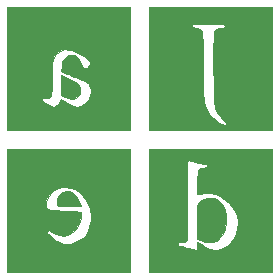
<source format=gbr>
%TF.GenerationSoftware,KiCad,Pcbnew,(5.1.6-0-10_14)*%
%TF.CreationDate,2020-10-01T11:44:37+02:00*%
%TF.ProjectId,bottom-plate,626f7474-6f6d-42d7-906c-6174652e6b69,rev?*%
%TF.SameCoordinates,Original*%
%TF.FileFunction,Legend,Bot*%
%TF.FilePolarity,Positive*%
%FSLAX46Y46*%
G04 Gerber Fmt 4.6, Leading zero omitted, Abs format (unit mm)*
G04 Created by KiCad (PCBNEW (5.1.6-0-10_14)) date 2020-10-01 11:44:37*
%MOMM*%
%LPD*%
G01*
G04 APERTURE LIST*
%ADD10C,0.010000*%
G04 APERTURE END LIST*
D10*
%TO.C,G\u002A\u002A\u002A*%
G36*
X47752000Y-57107666D02*
G01*
X58208334Y-57107666D01*
X58208334Y-53017811D01*
X55287334Y-53017811D01*
X55249299Y-53458689D01*
X55138661Y-53869977D01*
X54960616Y-54244018D01*
X54720363Y-54573152D01*
X54423098Y-54849722D01*
X54074020Y-55066071D01*
X53827387Y-55168852D01*
X53507533Y-55236443D01*
X53183381Y-55219482D01*
X53001542Y-55173566D01*
X52875609Y-55122857D01*
X52701894Y-55039516D01*
X52504500Y-54935636D01*
X52329931Y-54836590D01*
X51879500Y-54571047D01*
X51867143Y-54911872D01*
X51859116Y-55080499D01*
X51847437Y-55179449D01*
X51828030Y-55223707D01*
X51796822Y-55228263D01*
X51782476Y-55223300D01*
X51711837Y-55201112D01*
X51577012Y-55164007D01*
X51396210Y-55116566D01*
X51187637Y-55063367D01*
X50969499Y-55008990D01*
X50760004Y-54958015D01*
X50577358Y-54915020D01*
X50439768Y-54884585D01*
X50419000Y-54880357D01*
X50301752Y-54851814D01*
X50245989Y-54815121D01*
X50229277Y-54750882D01*
X50228500Y-54715643D01*
X50231908Y-54649192D01*
X50254348Y-54608904D01*
X50314149Y-54584978D01*
X50429638Y-54567613D01*
X50524834Y-54557169D01*
X50695638Y-54533419D01*
X50807023Y-54500802D01*
X50884234Y-54450297D01*
X50916417Y-54417225D01*
X51011667Y-54308945D01*
X51011667Y-50966972D01*
X51011711Y-50356775D01*
X51011932Y-49825746D01*
X51012465Y-49368387D01*
X51013444Y-48979200D01*
X51015005Y-48652687D01*
X51017283Y-48383350D01*
X51020411Y-48165690D01*
X51024526Y-47994209D01*
X51029760Y-47863409D01*
X51036250Y-47767791D01*
X51044131Y-47701858D01*
X51053536Y-47660111D01*
X51064600Y-47637053D01*
X51077459Y-47627184D01*
X51092247Y-47625006D01*
X51093578Y-47625000D01*
X51198110Y-47640096D01*
X51277175Y-47663661D01*
X51358034Y-47687598D01*
X51501926Y-47723944D01*
X51688922Y-47768202D01*
X51899093Y-47815874D01*
X52112509Y-47862463D01*
X52309242Y-47903473D01*
X52469363Y-47934405D01*
X52503917Y-47940478D01*
X52608912Y-47966435D01*
X52653701Y-48010600D01*
X52662667Y-48087707D01*
X52657135Y-48155975D01*
X52627098Y-48195650D01*
X52552399Y-48219206D01*
X52419295Y-48238318D01*
X52177641Y-48286570D01*
X52009301Y-48360903D01*
X51918442Y-48459475D01*
X51918423Y-48459517D01*
X51907721Y-48522321D01*
X51896911Y-48656674D01*
X51886634Y-48849460D01*
X51877531Y-49087566D01*
X51870241Y-49357875D01*
X51867433Y-49503572D01*
X51851282Y-50471977D01*
X51992391Y-50445970D01*
X52497924Y-50390554D01*
X52976861Y-50415469D01*
X53428936Y-50520636D01*
X53853881Y-50705975D01*
X54251430Y-50971404D01*
X54509293Y-51200878D01*
X54820934Y-51559583D01*
X55051785Y-51941114D01*
X55203655Y-52349695D01*
X55278355Y-52789549D01*
X55287334Y-53017811D01*
X58208334Y-53017811D01*
X58208334Y-46651333D01*
X47752000Y-46651333D01*
X47752000Y-57107666D01*
G37*
X47752000Y-57107666D02*
X58208334Y-57107666D01*
X58208334Y-53017811D01*
X55287334Y-53017811D01*
X55249299Y-53458689D01*
X55138661Y-53869977D01*
X54960616Y-54244018D01*
X54720363Y-54573152D01*
X54423098Y-54849722D01*
X54074020Y-55066071D01*
X53827387Y-55168852D01*
X53507533Y-55236443D01*
X53183381Y-55219482D01*
X53001542Y-55173566D01*
X52875609Y-55122857D01*
X52701894Y-55039516D01*
X52504500Y-54935636D01*
X52329931Y-54836590D01*
X51879500Y-54571047D01*
X51867143Y-54911872D01*
X51859116Y-55080499D01*
X51847437Y-55179449D01*
X51828030Y-55223707D01*
X51796822Y-55228263D01*
X51782476Y-55223300D01*
X51711837Y-55201112D01*
X51577012Y-55164007D01*
X51396210Y-55116566D01*
X51187637Y-55063367D01*
X50969499Y-55008990D01*
X50760004Y-54958015D01*
X50577358Y-54915020D01*
X50439768Y-54884585D01*
X50419000Y-54880357D01*
X50301752Y-54851814D01*
X50245989Y-54815121D01*
X50229277Y-54750882D01*
X50228500Y-54715643D01*
X50231908Y-54649192D01*
X50254348Y-54608904D01*
X50314149Y-54584978D01*
X50429638Y-54567613D01*
X50524834Y-54557169D01*
X50695638Y-54533419D01*
X50807023Y-54500802D01*
X50884234Y-54450297D01*
X50916417Y-54417225D01*
X51011667Y-54308945D01*
X51011667Y-50966972D01*
X51011711Y-50356775D01*
X51011932Y-49825746D01*
X51012465Y-49368387D01*
X51013444Y-48979200D01*
X51015005Y-48652687D01*
X51017283Y-48383350D01*
X51020411Y-48165690D01*
X51024526Y-47994209D01*
X51029760Y-47863409D01*
X51036250Y-47767791D01*
X51044131Y-47701858D01*
X51053536Y-47660111D01*
X51064600Y-47637053D01*
X51077459Y-47627184D01*
X51092247Y-47625006D01*
X51093578Y-47625000D01*
X51198110Y-47640096D01*
X51277175Y-47663661D01*
X51358034Y-47687598D01*
X51501926Y-47723944D01*
X51688922Y-47768202D01*
X51899093Y-47815874D01*
X52112509Y-47862463D01*
X52309242Y-47903473D01*
X52469363Y-47934405D01*
X52503917Y-47940478D01*
X52608912Y-47966435D01*
X52653701Y-48010600D01*
X52662667Y-48087707D01*
X52657135Y-48155975D01*
X52627098Y-48195650D01*
X52552399Y-48219206D01*
X52419295Y-48238318D01*
X52177641Y-48286570D01*
X52009301Y-48360903D01*
X51918442Y-48459475D01*
X51918423Y-48459517D01*
X51907721Y-48522321D01*
X51896911Y-48656674D01*
X51886634Y-48849460D01*
X51877531Y-49087566D01*
X51870241Y-49357875D01*
X51867433Y-49503572D01*
X51851282Y-50471977D01*
X51992391Y-50445970D01*
X52497924Y-50390554D01*
X52976861Y-50415469D01*
X53428936Y-50520636D01*
X53853881Y-50705975D01*
X54251430Y-50971404D01*
X54509293Y-51200878D01*
X54820934Y-51559583D01*
X55051785Y-51941114D01*
X55203655Y-52349695D01*
X55278355Y-52789549D01*
X55287334Y-53017811D01*
X58208334Y-53017811D01*
X58208334Y-46651333D01*
X47752000Y-46651333D01*
X47752000Y-57107666D01*
G36*
X35729334Y-57107666D02*
G01*
X46185667Y-57107666D01*
X46185667Y-52408666D01*
X42857262Y-52408666D01*
X42848163Y-52751032D01*
X42809226Y-53042470D01*
X42734392Y-53313313D01*
X42622612Y-53583257D01*
X42426522Y-53911295D01*
X42175343Y-54190121D01*
X41880487Y-54414713D01*
X41553363Y-54580049D01*
X41205384Y-54681107D01*
X40847960Y-54712868D01*
X40492502Y-54670308D01*
X40290967Y-54609302D01*
X40129014Y-54539871D01*
X39954204Y-54452769D01*
X39888800Y-54416377D01*
X39784397Y-54345503D01*
X39652737Y-54241954D01*
X39509000Y-54119554D01*
X39368368Y-53992131D01*
X39246022Y-53873509D01*
X39157142Y-53777514D01*
X39116910Y-53717973D01*
X39116000Y-53712565D01*
X39137254Y-53653474D01*
X39184415Y-53571273D01*
X39252830Y-53466859D01*
X39404734Y-53600232D01*
X39626205Y-53754668D01*
X39898594Y-53882955D01*
X40188856Y-53969854D01*
X40219764Y-53976100D01*
X40537975Y-53995757D01*
X40852117Y-53937974D01*
X41149623Y-53809550D01*
X41417926Y-53617282D01*
X41644457Y-53367970D01*
X41789695Y-53126833D01*
X41860387Y-52950503D01*
X41928176Y-52728584D01*
X41985338Y-52492630D01*
X42024147Y-52274197D01*
X42037000Y-52116711D01*
X42036588Y-52074594D01*
X42029470Y-52040887D01*
X42006822Y-52014115D01*
X41959821Y-51992802D01*
X41879645Y-51975473D01*
X41757471Y-51960650D01*
X41584475Y-51946858D01*
X41351834Y-51932621D01*
X41050725Y-51916463D01*
X40745834Y-51900709D01*
X40338123Y-51878891D01*
X40006497Y-51859010D01*
X39742429Y-51839931D01*
X39537392Y-51820523D01*
X39382861Y-51799653D01*
X39270308Y-51776188D01*
X39191207Y-51748994D01*
X39137032Y-51716940D01*
X39101982Y-51682313D01*
X39049232Y-51556119D01*
X39040638Y-51372285D01*
X39075193Y-51144790D01*
X39151895Y-50887612D01*
X39160827Y-50863500D01*
X39285882Y-50624881D01*
X39470867Y-50389940D01*
X39693704Y-50180751D01*
X39932315Y-50019387D01*
X40067356Y-49957107D01*
X40413312Y-49871931D01*
X40770385Y-49866350D01*
X41129711Y-49937685D01*
X41482425Y-50083256D01*
X41819662Y-50300383D01*
X42126001Y-50579376D01*
X42424051Y-50949613D01*
X42642212Y-51342765D01*
X42783415Y-51766156D01*
X42850585Y-52227111D01*
X42857262Y-52408666D01*
X46185667Y-52408666D01*
X46185667Y-46651333D01*
X35729334Y-46651333D01*
X35729334Y-57107666D01*
G37*
X35729334Y-57107666D02*
X46185667Y-57107666D01*
X46185667Y-52408666D01*
X42857262Y-52408666D01*
X42848163Y-52751032D01*
X42809226Y-53042470D01*
X42734392Y-53313313D01*
X42622612Y-53583257D01*
X42426522Y-53911295D01*
X42175343Y-54190121D01*
X41880487Y-54414713D01*
X41553363Y-54580049D01*
X41205384Y-54681107D01*
X40847960Y-54712868D01*
X40492502Y-54670308D01*
X40290967Y-54609302D01*
X40129014Y-54539871D01*
X39954204Y-54452769D01*
X39888800Y-54416377D01*
X39784397Y-54345503D01*
X39652737Y-54241954D01*
X39509000Y-54119554D01*
X39368368Y-53992131D01*
X39246022Y-53873509D01*
X39157142Y-53777514D01*
X39116910Y-53717973D01*
X39116000Y-53712565D01*
X39137254Y-53653474D01*
X39184415Y-53571273D01*
X39252830Y-53466859D01*
X39404734Y-53600232D01*
X39626205Y-53754668D01*
X39898594Y-53882955D01*
X40188856Y-53969854D01*
X40219764Y-53976100D01*
X40537975Y-53995757D01*
X40852117Y-53937974D01*
X41149623Y-53809550D01*
X41417926Y-53617282D01*
X41644457Y-53367970D01*
X41789695Y-53126833D01*
X41860387Y-52950503D01*
X41928176Y-52728584D01*
X41985338Y-52492630D01*
X42024147Y-52274197D01*
X42037000Y-52116711D01*
X42036588Y-52074594D01*
X42029470Y-52040887D01*
X42006822Y-52014115D01*
X41959821Y-51992802D01*
X41879645Y-51975473D01*
X41757471Y-51960650D01*
X41584475Y-51946858D01*
X41351834Y-51932621D01*
X41050725Y-51916463D01*
X40745834Y-51900709D01*
X40338123Y-51878891D01*
X40006497Y-51859010D01*
X39742429Y-51839931D01*
X39537392Y-51820523D01*
X39382861Y-51799653D01*
X39270308Y-51776188D01*
X39191207Y-51748994D01*
X39137032Y-51716940D01*
X39101982Y-51682313D01*
X39049232Y-51556119D01*
X39040638Y-51372285D01*
X39075193Y-51144790D01*
X39151895Y-50887612D01*
X39160827Y-50863500D01*
X39285882Y-50624881D01*
X39470867Y-50389940D01*
X39693704Y-50180751D01*
X39932315Y-50019387D01*
X40067356Y-49957107D01*
X40413312Y-49871931D01*
X40770385Y-49866350D01*
X41129711Y-49937685D01*
X41482425Y-50083256D01*
X41819662Y-50300383D01*
X42126001Y-50579376D01*
X42424051Y-50949613D01*
X42642212Y-51342765D01*
X42783415Y-51766156D01*
X42850585Y-52227111D01*
X42857262Y-52408666D01*
X46185667Y-52408666D01*
X46185667Y-46651333D01*
X35729334Y-46651333D01*
X35729334Y-57107666D01*
G36*
X47752000Y-45085000D02*
G01*
X58208334Y-45085000D01*
X58208334Y-44456550D01*
X54325227Y-44456550D01*
X54313003Y-44515020D01*
X54309446Y-44524603D01*
X54271121Y-44617658D01*
X54246631Y-44667387D01*
X54194597Y-44675521D01*
X54084753Y-44642857D01*
X53930382Y-44574577D01*
X53744766Y-44475868D01*
X53721000Y-44462211D01*
X53547626Y-44340423D01*
X53349716Y-44167677D01*
X53145741Y-43963654D01*
X52954171Y-43748031D01*
X52793476Y-43540488D01*
X52682125Y-43360704D01*
X52676493Y-43349333D01*
X52610507Y-43206562D01*
X52553201Y-43064561D01*
X52503975Y-42916454D01*
X52462227Y-42755368D01*
X52427356Y-42574425D01*
X52398763Y-42366753D01*
X52375847Y-42125475D01*
X52358006Y-41843717D01*
X52344640Y-41514604D01*
X52335148Y-41131260D01*
X52328930Y-40686811D01*
X52325384Y-40174382D01*
X52323910Y-39587097D01*
X52323764Y-39312597D01*
X52322906Y-38758139D01*
X52320490Y-38264110D01*
X52316577Y-37834124D01*
X52311231Y-37471796D01*
X52304514Y-37180739D01*
X52296488Y-36964568D01*
X52287216Y-36826897D01*
X52279973Y-36779008D01*
X52192439Y-36605921D01*
X52041555Y-36488978D01*
X51827285Y-36428152D01*
X51823604Y-36427669D01*
X51641659Y-36402880D01*
X51527774Y-36379938D01*
X51466006Y-36350108D01*
X51440412Y-36304658D01*
X51435049Y-36234851D01*
X51435000Y-36214773D01*
X51435000Y-36066827D01*
X52800250Y-36077996D01*
X54165500Y-36089166D01*
X54178658Y-36225297D01*
X54182040Y-36296108D01*
X54165709Y-36343169D01*
X54114662Y-36374095D01*
X54013895Y-36396501D01*
X53848402Y-36418001D01*
X53784500Y-36425343D01*
X53636301Y-36455432D01*
X53506981Y-36503495D01*
X53467000Y-36527133D01*
X53420998Y-36560805D01*
X53381488Y-36593538D01*
X53347981Y-36631661D01*
X53319989Y-36681508D01*
X53297023Y-36749408D01*
X53278594Y-36841693D01*
X53264214Y-36964694D01*
X53253392Y-37124743D01*
X53245641Y-37328169D01*
X53240472Y-37581305D01*
X53237396Y-37890481D01*
X53235925Y-38262029D01*
X53235568Y-38702279D01*
X53235838Y-39217563D01*
X53236064Y-39518166D01*
X53236992Y-40131480D01*
X53239072Y-40666905D01*
X53242646Y-41131217D01*
X53248054Y-41531190D01*
X53255640Y-41873598D01*
X53265743Y-42165217D01*
X53278706Y-42412821D01*
X53294869Y-42623184D01*
X53314575Y-42803082D01*
X53338165Y-42959288D01*
X53365980Y-43098577D01*
X53398362Y-43227724D01*
X53428159Y-43329504D01*
X53556523Y-43624682D01*
X53747711Y-43908046D01*
X53981349Y-44152070D01*
X54112341Y-44253925D01*
X54237675Y-44343552D01*
X54304377Y-44405244D01*
X54325227Y-44456550D01*
X58208334Y-44456550D01*
X58208334Y-34628666D01*
X47752000Y-34628666D01*
X47752000Y-45085000D01*
G37*
X47752000Y-45085000D02*
X58208334Y-45085000D01*
X58208334Y-44456550D01*
X54325227Y-44456550D01*
X54313003Y-44515020D01*
X54309446Y-44524603D01*
X54271121Y-44617658D01*
X54246631Y-44667387D01*
X54194597Y-44675521D01*
X54084753Y-44642857D01*
X53930382Y-44574577D01*
X53744766Y-44475868D01*
X53721000Y-44462211D01*
X53547626Y-44340423D01*
X53349716Y-44167677D01*
X53145741Y-43963654D01*
X52954171Y-43748031D01*
X52793476Y-43540488D01*
X52682125Y-43360704D01*
X52676493Y-43349333D01*
X52610507Y-43206562D01*
X52553201Y-43064561D01*
X52503975Y-42916454D01*
X52462227Y-42755368D01*
X52427356Y-42574425D01*
X52398763Y-42366753D01*
X52375847Y-42125475D01*
X52358006Y-41843717D01*
X52344640Y-41514604D01*
X52335148Y-41131260D01*
X52328930Y-40686811D01*
X52325384Y-40174382D01*
X52323910Y-39587097D01*
X52323764Y-39312597D01*
X52322906Y-38758139D01*
X52320490Y-38264110D01*
X52316577Y-37834124D01*
X52311231Y-37471796D01*
X52304514Y-37180739D01*
X52296488Y-36964568D01*
X52287216Y-36826897D01*
X52279973Y-36779008D01*
X52192439Y-36605921D01*
X52041555Y-36488978D01*
X51827285Y-36428152D01*
X51823604Y-36427669D01*
X51641659Y-36402880D01*
X51527774Y-36379938D01*
X51466006Y-36350108D01*
X51440412Y-36304658D01*
X51435049Y-36234851D01*
X51435000Y-36214773D01*
X51435000Y-36066827D01*
X52800250Y-36077996D01*
X54165500Y-36089166D01*
X54178658Y-36225297D01*
X54182040Y-36296108D01*
X54165709Y-36343169D01*
X54114662Y-36374095D01*
X54013895Y-36396501D01*
X53848402Y-36418001D01*
X53784500Y-36425343D01*
X53636301Y-36455432D01*
X53506981Y-36503495D01*
X53467000Y-36527133D01*
X53420998Y-36560805D01*
X53381488Y-36593538D01*
X53347981Y-36631661D01*
X53319989Y-36681508D01*
X53297023Y-36749408D01*
X53278594Y-36841693D01*
X53264214Y-36964694D01*
X53253392Y-37124743D01*
X53245641Y-37328169D01*
X53240472Y-37581305D01*
X53237396Y-37890481D01*
X53235925Y-38262029D01*
X53235568Y-38702279D01*
X53235838Y-39217563D01*
X53236064Y-39518166D01*
X53236992Y-40131480D01*
X53239072Y-40666905D01*
X53242646Y-41131217D01*
X53248054Y-41531190D01*
X53255640Y-41873598D01*
X53265743Y-42165217D01*
X53278706Y-42412821D01*
X53294869Y-42623184D01*
X53314575Y-42803082D01*
X53338165Y-42959288D01*
X53365980Y-43098577D01*
X53398362Y-43227724D01*
X53428159Y-43329504D01*
X53556523Y-43624682D01*
X53747711Y-43908046D01*
X53981349Y-44152070D01*
X54112341Y-44253925D01*
X54237675Y-44343552D01*
X54304377Y-44405244D01*
X54325227Y-44456550D01*
X58208334Y-44456550D01*
X58208334Y-34628666D01*
X47752000Y-34628666D01*
X47752000Y-45085000D01*
G36*
X35729334Y-45085000D02*
G01*
X46185667Y-45085000D01*
X46185667Y-41906870D01*
X42839640Y-41906870D01*
X42804300Y-42144235D01*
X42802657Y-42150421D01*
X42690738Y-42416020D01*
X42513043Y-42657846D01*
X42287307Y-42858069D01*
X42031264Y-42998860D01*
X41922754Y-43034969D01*
X41739786Y-43077423D01*
X41599359Y-43087801D01*
X41465258Y-43065107D01*
X41327962Y-43018599D01*
X41206698Y-42961919D01*
X41041614Y-42870612D01*
X40857905Y-42759097D01*
X40738089Y-42681024D01*
X40350163Y-42420183D01*
X40258950Y-42608603D01*
X40176143Y-42747016D01*
X40077092Y-42869699D01*
X40042721Y-42902218D01*
X39940676Y-42969708D01*
X39813999Y-43029951D01*
X39691687Y-43071713D01*
X39602737Y-43083761D01*
X39585640Y-43079297D01*
X39538282Y-43052544D01*
X39437403Y-42994224D01*
X39300705Y-42914690D01*
X39145891Y-42824297D01*
X38990663Y-42733397D01*
X38852722Y-42652344D01*
X38749771Y-42591492D01*
X38699511Y-42561193D01*
X38697552Y-42559880D01*
X38700865Y-42517083D01*
X38730614Y-42428792D01*
X38735353Y-42417149D01*
X38788448Y-42326677D01*
X38847121Y-42310609D01*
X38857467Y-42314130D01*
X39031839Y-42359766D01*
X39202851Y-42362940D01*
X39337147Y-42323388D01*
X39345840Y-42318021D01*
X39398423Y-42275185D01*
X39440667Y-42216876D01*
X39473669Y-42134151D01*
X39498527Y-42018067D01*
X39516337Y-41859680D01*
X39528199Y-41650046D01*
X39535208Y-41380222D01*
X39538462Y-41041266D01*
X39539098Y-40743024D01*
X39540717Y-40324052D01*
X39546094Y-39979350D01*
X39556277Y-39698566D01*
X39572316Y-39471347D01*
X39595261Y-39287341D01*
X39626162Y-39136196D01*
X39666069Y-39007558D01*
X39716031Y-38891074D01*
X39729674Y-38863702D01*
X39902619Y-38611682D01*
X40127080Y-38420574D01*
X40392080Y-38294163D01*
X40686645Y-38236235D01*
X40999799Y-38250577D01*
X41285172Y-38327161D01*
X41704706Y-38507520D01*
X42112911Y-38724460D01*
X42353315Y-38875753D01*
X42566911Y-39031553D01*
X42708241Y-39164688D01*
X42782890Y-39285767D01*
X42796446Y-39405402D01*
X42754495Y-39534203D01*
X42726777Y-39585034D01*
X42633634Y-39689868D01*
X42502399Y-39779365D01*
X42369408Y-39830815D01*
X42325772Y-39835666D01*
X42207989Y-39794182D01*
X42101188Y-39672446D01*
X42008756Y-39474529D01*
X41996829Y-39439995D01*
X41888760Y-39172053D01*
X41762604Y-38955094D01*
X41627118Y-38803019D01*
X41569647Y-38761904D01*
X41405800Y-38705266D01*
X41205300Y-38692711D01*
X41002995Y-38722978D01*
X40844297Y-38788133D01*
X40644956Y-38949359D01*
X40502906Y-39158081D01*
X40414443Y-39422032D01*
X40375862Y-39748945D01*
X40375164Y-39767430D01*
X40364834Y-40068115D01*
X40637151Y-40212289D01*
X40771819Y-40276835D01*
X40965516Y-40360752D01*
X41197365Y-40455419D01*
X41446488Y-40552216D01*
X41589651Y-40605566D01*
X41900138Y-40722197D01*
X42141597Y-40821015D01*
X42326004Y-40908837D01*
X42465336Y-40992479D01*
X42571569Y-41078759D01*
X42656679Y-41174493D01*
X42702339Y-41238932D01*
X42785324Y-41423916D01*
X42832203Y-41656663D01*
X42839640Y-41906870D01*
X46185667Y-41906870D01*
X46185667Y-34628666D01*
X35729334Y-34628666D01*
X35729334Y-45085000D01*
G37*
X35729334Y-45085000D02*
X46185667Y-45085000D01*
X46185667Y-41906870D01*
X42839640Y-41906870D01*
X42804300Y-42144235D01*
X42802657Y-42150421D01*
X42690738Y-42416020D01*
X42513043Y-42657846D01*
X42287307Y-42858069D01*
X42031264Y-42998860D01*
X41922754Y-43034969D01*
X41739786Y-43077423D01*
X41599359Y-43087801D01*
X41465258Y-43065107D01*
X41327962Y-43018599D01*
X41206698Y-42961919D01*
X41041614Y-42870612D01*
X40857905Y-42759097D01*
X40738089Y-42681024D01*
X40350163Y-42420183D01*
X40258950Y-42608603D01*
X40176143Y-42747016D01*
X40077092Y-42869699D01*
X40042721Y-42902218D01*
X39940676Y-42969708D01*
X39813999Y-43029951D01*
X39691687Y-43071713D01*
X39602737Y-43083761D01*
X39585640Y-43079297D01*
X39538282Y-43052544D01*
X39437403Y-42994224D01*
X39300705Y-42914690D01*
X39145891Y-42824297D01*
X38990663Y-42733397D01*
X38852722Y-42652344D01*
X38749771Y-42591492D01*
X38699511Y-42561193D01*
X38697552Y-42559880D01*
X38700865Y-42517083D01*
X38730614Y-42428792D01*
X38735353Y-42417149D01*
X38788448Y-42326677D01*
X38847121Y-42310609D01*
X38857467Y-42314130D01*
X39031839Y-42359766D01*
X39202851Y-42362940D01*
X39337147Y-42323388D01*
X39345840Y-42318021D01*
X39398423Y-42275185D01*
X39440667Y-42216876D01*
X39473669Y-42134151D01*
X39498527Y-42018067D01*
X39516337Y-41859680D01*
X39528199Y-41650046D01*
X39535208Y-41380222D01*
X39538462Y-41041266D01*
X39539098Y-40743024D01*
X39540717Y-40324052D01*
X39546094Y-39979350D01*
X39556277Y-39698566D01*
X39572316Y-39471347D01*
X39595261Y-39287341D01*
X39626162Y-39136196D01*
X39666069Y-39007558D01*
X39716031Y-38891074D01*
X39729674Y-38863702D01*
X39902619Y-38611682D01*
X40127080Y-38420574D01*
X40392080Y-38294163D01*
X40686645Y-38236235D01*
X40999799Y-38250577D01*
X41285172Y-38327161D01*
X41704706Y-38507520D01*
X42112911Y-38724460D01*
X42353315Y-38875753D01*
X42566911Y-39031553D01*
X42708241Y-39164688D01*
X42782890Y-39285767D01*
X42796446Y-39405402D01*
X42754495Y-39534203D01*
X42726777Y-39585034D01*
X42633634Y-39689868D01*
X42502399Y-39779365D01*
X42369408Y-39830815D01*
X42325772Y-39835666D01*
X42207989Y-39794182D01*
X42101188Y-39672446D01*
X42008756Y-39474529D01*
X41996829Y-39439995D01*
X41888760Y-39172053D01*
X41762604Y-38955094D01*
X41627118Y-38803019D01*
X41569647Y-38761904D01*
X41405800Y-38705266D01*
X41205300Y-38692711D01*
X41002995Y-38722978D01*
X40844297Y-38788133D01*
X40644956Y-38949359D01*
X40502906Y-39158081D01*
X40414443Y-39422032D01*
X40375862Y-39748945D01*
X40375164Y-39767430D01*
X40364834Y-40068115D01*
X40637151Y-40212289D01*
X40771819Y-40276835D01*
X40965516Y-40360752D01*
X41197365Y-40455419D01*
X41446488Y-40552216D01*
X41589651Y-40605566D01*
X41900138Y-40722197D01*
X42141597Y-40821015D01*
X42326004Y-40908837D01*
X42465336Y-40992479D01*
X42571569Y-41078759D01*
X42656679Y-41174493D01*
X42702339Y-41238932D01*
X42785324Y-41423916D01*
X42832203Y-41656663D01*
X42839640Y-41906870D01*
X46185667Y-41906870D01*
X46185667Y-34628666D01*
X35729334Y-34628666D01*
X35729334Y-45085000D01*
G36*
X52700665Y-50792710D02*
G01*
X52395102Y-50888492D01*
X52167089Y-51017683D01*
X52086776Y-51072568D01*
X52021661Y-51121590D01*
X51970221Y-51173799D01*
X51930934Y-51238243D01*
X51902278Y-51323974D01*
X51882730Y-51440041D01*
X51870769Y-51595494D01*
X51864872Y-51799384D01*
X51863516Y-52060759D01*
X51865181Y-52388670D01*
X51868342Y-52792168D01*
X51868354Y-52793679D01*
X51879500Y-54250166D01*
X52169118Y-54395541D01*
X52339490Y-54474430D01*
X52484762Y-54520799D01*
X52644363Y-54544455D01*
X52804118Y-54553443D01*
X53075039Y-54549850D01*
X53279917Y-54515780D01*
X53330123Y-54499555D01*
X53456568Y-54435212D01*
X53607053Y-54333347D01*
X53734086Y-54229019D01*
X53966961Y-53972189D01*
X54137391Y-53680365D01*
X54248914Y-53344197D01*
X54305070Y-52954336D01*
X54313667Y-52698189D01*
X54291306Y-52265673D01*
X54222175Y-51895908D01*
X54103202Y-51579129D01*
X53931313Y-51305569D01*
X53842791Y-51201417D01*
X53588865Y-50982613D01*
X53307340Y-50840845D01*
X53008009Y-50777186D01*
X52700665Y-50792710D01*
G37*
X52700665Y-50792710D02*
X52395102Y-50888492D01*
X52167089Y-51017683D01*
X52086776Y-51072568D01*
X52021661Y-51121590D01*
X51970221Y-51173799D01*
X51930934Y-51238243D01*
X51902278Y-51323974D01*
X51882730Y-51440041D01*
X51870769Y-51595494D01*
X51864872Y-51799384D01*
X51863516Y-52060759D01*
X51865181Y-52388670D01*
X51868342Y-52792168D01*
X51868354Y-52793679D01*
X51879500Y-54250166D01*
X52169118Y-54395541D01*
X52339490Y-54474430D01*
X52484762Y-54520799D01*
X52644363Y-54544455D01*
X52804118Y-54553443D01*
X53075039Y-54549850D01*
X53279917Y-54515780D01*
X53330123Y-54499555D01*
X53456568Y-54435212D01*
X53607053Y-54333347D01*
X53734086Y-54229019D01*
X53966961Y-53972189D01*
X54137391Y-53680365D01*
X54248914Y-53344197D01*
X54305070Y-52954336D01*
X54313667Y-52698189D01*
X54291306Y-52265673D01*
X54222175Y-51895908D01*
X54103202Y-51579129D01*
X53931313Y-51305569D01*
X53842791Y-51201417D01*
X53588865Y-50982613D01*
X53307340Y-50840845D01*
X53008009Y-50777186D01*
X52700665Y-50792710D01*
G36*
X40724191Y-50264328D02*
G01*
X40482745Y-50335083D01*
X40278980Y-50461073D01*
X40264559Y-50473937D01*
X40156437Y-50605084D01*
X40067927Y-50771783D01*
X40003139Y-50955323D01*
X39966181Y-51136994D01*
X39961161Y-51298084D01*
X39992188Y-51419885D01*
X40044551Y-51475843D01*
X40114871Y-51490520D01*
X40260496Y-51502644D01*
X40472092Y-51511812D01*
X40740324Y-51517620D01*
X41055859Y-51519666D01*
X41990104Y-51519666D01*
X41924164Y-51297416D01*
X41802554Y-50975414D01*
X41645875Y-50699762D01*
X41462578Y-50482111D01*
X41261114Y-50334108D01*
X41206726Y-50308443D01*
X40974968Y-50253788D01*
X40724191Y-50264328D01*
G37*
X40724191Y-50264328D02*
X40482745Y-50335083D01*
X40278980Y-50461073D01*
X40264559Y-50473937D01*
X40156437Y-50605084D01*
X40067927Y-50771783D01*
X40003139Y-50955323D01*
X39966181Y-51136994D01*
X39961161Y-51298084D01*
X39992188Y-51419885D01*
X40044551Y-51475843D01*
X40114871Y-51490520D01*
X40260496Y-51502644D01*
X40472092Y-51511812D01*
X40740324Y-51517620D01*
X41055859Y-51519666D01*
X41990104Y-51519666D01*
X41924164Y-51297416D01*
X41802554Y-50975414D01*
X41645875Y-50699762D01*
X41462578Y-50482111D01*
X41261114Y-50334108D01*
X41206726Y-50308443D01*
X40974968Y-50253788D01*
X40724191Y-50264328D01*
G36*
X40357166Y-40468523D02*
G01*
X40351906Y-40580521D01*
X40347702Y-40751472D01*
X40344859Y-40968517D01*
X40343682Y-41218801D01*
X40343667Y-41250950D01*
X40343667Y-42073568D01*
X40468805Y-42162674D01*
X40693025Y-42294382D01*
X40930368Y-42386097D01*
X41159119Y-42432201D01*
X41357562Y-42427075D01*
X41423167Y-42409576D01*
X41653102Y-42285760D01*
X41820664Y-42108006D01*
X41920125Y-41885301D01*
X41945758Y-41626633D01*
X41943549Y-41592968D01*
X41923682Y-41447872D01*
X41884103Y-41326204D01*
X41815072Y-41218847D01*
X41706850Y-41116680D01*
X41549699Y-41010582D01*
X41333879Y-40891434D01*
X41049652Y-40750116D01*
X41036944Y-40743980D01*
X40821555Y-40640587D01*
X40633711Y-40551407D01*
X40486204Y-40482434D01*
X40391828Y-40439660D01*
X40363178Y-40428333D01*
X40357166Y-40468523D01*
G37*
X40357166Y-40468523D02*
X40351906Y-40580521D01*
X40347702Y-40751472D01*
X40344859Y-40968517D01*
X40343682Y-41218801D01*
X40343667Y-41250950D01*
X40343667Y-42073568D01*
X40468805Y-42162674D01*
X40693025Y-42294382D01*
X40930368Y-42386097D01*
X41159119Y-42432201D01*
X41357562Y-42427075D01*
X41423167Y-42409576D01*
X41653102Y-42285760D01*
X41820664Y-42108006D01*
X41920125Y-41885301D01*
X41945758Y-41626633D01*
X41943549Y-41592968D01*
X41923682Y-41447872D01*
X41884103Y-41326204D01*
X41815072Y-41218847D01*
X41706850Y-41116680D01*
X41549699Y-41010582D01*
X41333879Y-40891434D01*
X41049652Y-40750116D01*
X41036944Y-40743980D01*
X40821555Y-40640587D01*
X40633711Y-40551407D01*
X40486204Y-40482434D01*
X40391828Y-40439660D01*
X40363178Y-40428333D01*
X40357166Y-40468523D01*
%TD*%
M02*

</source>
